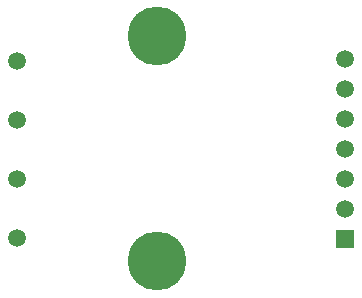
<source format=gbr>
G04 DipTrace 2.2.0.9*
%INBottomMask.gbr*%
%MOIN*%
%ADD20R,0.0591X0.0591*%
%ADD21C,0.0591*%
%ADD28C,0.196*%
%FSLAX44Y44*%
G04*
G70*
G90*
G75*
G01*
%LNBotMask*%
%LPD*%
D28*
X11441Y12690D3*
Y5190D3*
D20*
X17691Y5940D3*
D21*
Y6940D3*
Y7940D3*
Y8940D3*
Y9940D3*
Y10940D3*
Y11940D3*
X6785Y9920D3*
Y11889D3*
Y5981D3*
Y7949D3*
M02*

</source>
